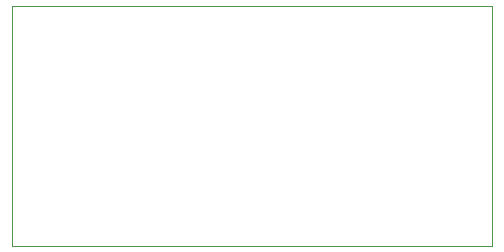
<source format=gbr>
%TF.GenerationSoftware,KiCad,Pcbnew,(5.1.10)-1*%
%TF.CreationDate,2021-11-09T18:22:06+08:00*%
%TF.ProjectId,mt3608,6d743336-3038-42e6-9b69-6361645f7063,rev?*%
%TF.SameCoordinates,Original*%
%TF.FileFunction,Profile,NP*%
%FSLAX46Y46*%
G04 Gerber Fmt 4.6, Leading zero omitted, Abs format (unit mm)*
G04 Created by KiCad (PCBNEW (5.1.10)-1) date 2021-11-09 18:22:06*
%MOMM*%
%LPD*%
G01*
G04 APERTURE LIST*
%TA.AperFunction,Profile*%
%ADD10C,0.050000*%
%TD*%
G04 APERTURE END LIST*
D10*
X35480000Y-55800000D02*
X35480000Y-35480000D01*
X76120000Y-55800000D02*
X35480000Y-55800000D01*
X76120000Y-35480000D02*
X76120000Y-55800000D01*
X35480000Y-35480000D02*
X76120000Y-35480000D01*
M02*

</source>
